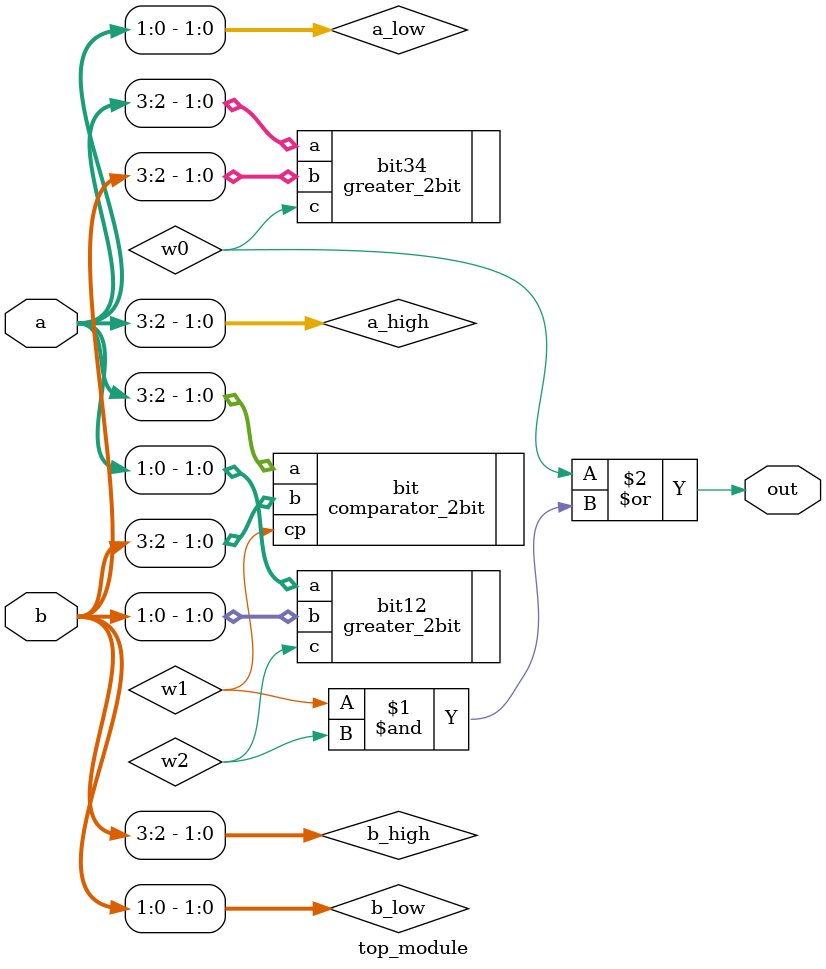
<source format=v>
module top_module(
    input wire [3:0] a,
    input wire [3:0] b,

    output wire out
    );

    wire [1:0] a_high = a[3:2];
    wire [1:0] a_low  = a[1:0];
    wire [1:0] b_high = b[3:2];
    wire [1:0] b_low  = b[1:0];

    wire w0, w1, w2;

    greater_2bit bit34(.a(a_high), .b(b_high), .c(w0));
    comparator_2bit bit(.a(a_high), .b(b_high), .cp(w1));

    greater_2bit bit12(.a(a_low), .b(b_low), .c(w2));

    assign out = w0 | w1 & w2;

endmodule

</source>
